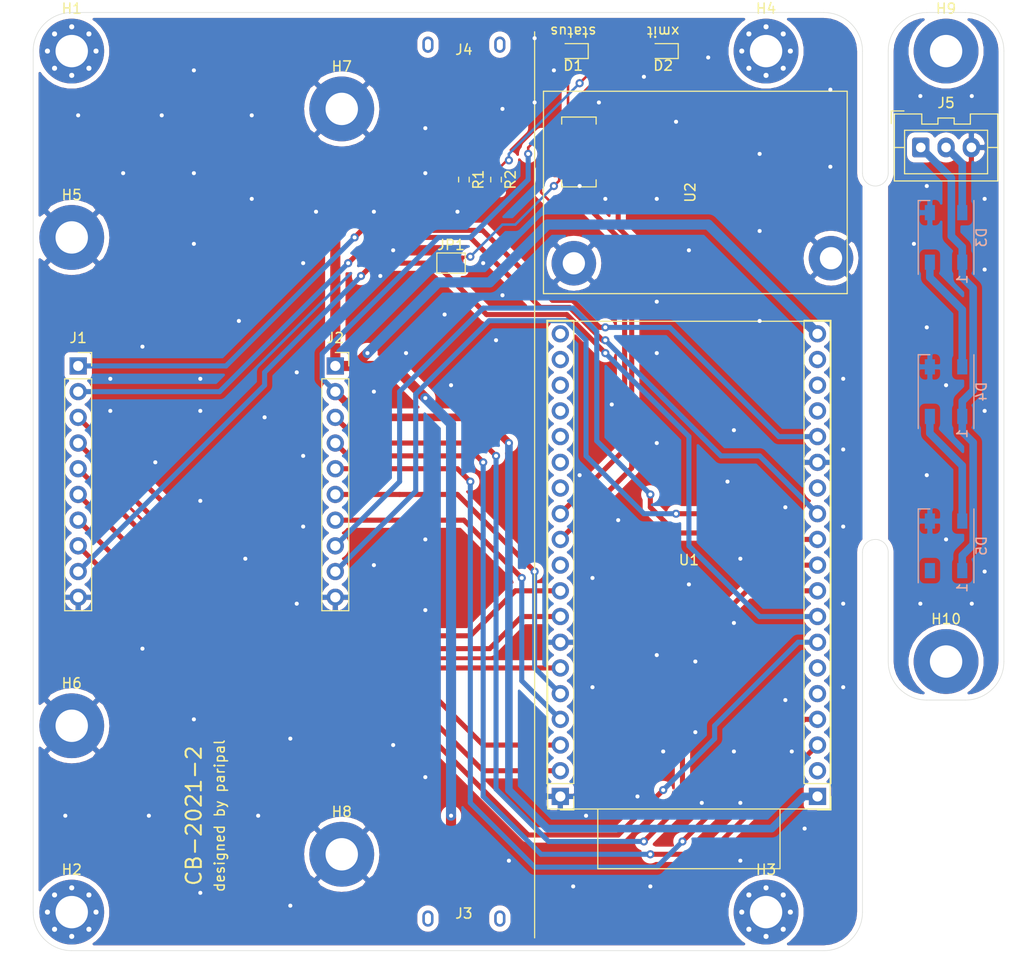
<source format=kicad_pcb>
(kicad_pcb (version 20171130) (host pcbnew "(5.1.5)-3")
  (layers (0 F.Cu signal) (31 B.Cu signal) (34 B.Paste user) (35 F.Paste user) (36 B.SilkS user) (37 F.SilkS user) (38 B.Mask user) (39 F.Mask user) (44 Edge.Cuts user))
  (net 0 "")
  (net 1 GND)
  (net 2 digital7_io32)
  (net 3 digital6_io23)
  (net 4 digital5_io22)
  (net 5 digital4_io21)
  (net 6 digital3_io19)
  (net 7 digital2_io18)
  (net 8 digital1_io14)
  (net 9 digital0_io13)
  (net 10 serial1_TX_io27)
  (net 11 serial1_RX_io26)
  (net 12 serial0_TX_io1)
  (net 13 serial0_RX_io3)
  (net 14 analog2_io39)
  (net 15 anarog1_io36)
  (net 16 analog0_io25)
  (net 17 +3V3)
  (net 18 +5V)
  (net 19 digital8_io33)
  (net 20 "Net-(JP1-Pad2)")
  (net 21 "Net-(U1-Pad37)")
  (net 22 "Net-(U1-Pad29)")
  (net 23 "Net-(U1-Pad35)")
  (net 24 serial2_TX_io17)
  (net 25 serial2_RX_io16)
  (net 26 "Net-(U1-Pad33)")
  (net 27 "Net-(U1-Pad36)")
  (net 28 "Net-(U1-Pad32)")
  (net 29 "Net-(U1-Pad38)")
  (net 30 "Net-(U1-Pad34)")
  (net 31 "Net-(U1-Pad18)")
  (net 32 "Net-(U1-Pad2)")
  (net 33 "Net-(U1-Pad16)")
  (net 34 "Net-(U1-Pad6)")
  (net 35 "Net-(U1-Pad5)")
  (net 36 "Net-(U1-Pad17)")
  (net 37 "Net-(U1-Pad13)")
  (net 38 im920s_xmit)
  (net 39 "Net-(U2-Pad5)")
  (net 40 "Net-(U2-Pad9)")
  (net 41 im920_status)
  (net 42 "Net-(U2-Pad4)")
  (net 43 "Net-(U2-Pad16)")
  (net 44 "Net-(U2-Pad12)")
  (net 45 "Net-(U2-Pad8)")
  (net 46 "Net-(U2-Pad11)")
  (net 47 "Net-(U2-Pad19)")
  (net 48 "Net-(U2-Pad2)")
  (net 49 "Net-(U2-Pad14)")
  (net 50 "Net-(U2-Pad13)")
  (net 51 "Net-(U2-Pad10)")
  (net 52 "Net-(U2-Pad20)")
  (net 53 "Net-(D1-Pad1)")
  (net 54 "Net-(D2-Pad1)")
  (net 55 +5VA)
  (net 56 "Net-(D3-Pad2)")
  (net 57 datain)
  (net 58 GNDA)
  (net 59 "Net-(D4-Pad2)")
  (net 60 "Net-(D5-Pad2)")
  (module Connector_JST:JST_XA_B03B-XASK-1_1x03_P2.50mm_Vertical (layer F.Cu) (at 153.075 67.31)
    (fp_text reference J5 (at 2.5 -4.4) (layer F.SilkS))
    (fp_text value Conn_01x03_Female)
    (pad 3 thru_hole oval (at 5 0) (size 1.7 1.95) (drill 0.95) (layers *.Cu *.Mask) (net 58 GNDA))
    (pad 2 thru_hole oval (at 2.5 0) (size 1.7 1.95) (drill 0.95) (layers *.Cu *.Mask) (net 57 datain))
    (pad 1 thru_hole roundrect (at 0 0) (size 1.7 1.95) (drill 0.95) (layers *.Cu *.Mask) (roundrect_rratio 0.147059) (net 55 +5VA))
  )
  (module MountingHole:MountingHole_3.2mm_M3_Pad (layer F.Cu) (at 155.575 118.11)
    (fp_text reference H10 (at 0 -4.2) (layer F.SilkS))
    (fp_text value MountingHole)
    (pad 1 thru_hole circle (at 0 0) (size 6.4 6.4) (drill 3.2) (layers *.Cu *.Mask))
  )
  (module MountingHole:MountingHole_3.2mm_M3_Pad (layer F.Cu) (at 155.575 57.785)
    (fp_text reference H9 (at 0 -4.2) (layer F.SilkS))
    (fp_text value MountingHole)
    (pad 1 thru_hole circle (at 0 0) (size 6.4 6.4) (drill 3.2) (layers *.Cu *.Mask))
  )
  (module LED_SMD:LED_WS2812B_PLCC4_5.0x5.0mm_P3.2mm (layer B.Cu) (at 155.575 106.68 90)
    (fp_text reference D5 (at 0 3.5 90) (layer B.SilkS) (effects (justify mirror)))
    (fp_text value WS2812B)
    (fp_text user 1 (at -4.15 1.6 90) (layer B.SilkS) (effects (justify mirror)))
    (pad 1 smd rect (at -2.45 1.6 90) (size 1.5 1) (layers B.Cu B.Paste B.Mask) (net 55 +5VA))
    (pad 2 smd rect (at -2.45 -1.6 90) (size 1.5 1) (layers B.Cu B.Paste B.Mask) (net 60 "Net-(D5-Pad2)"))
    (pad 4 smd rect (at 2.45 1.6 90) (size 1.5 1) (layers B.Cu B.Paste B.Mask) (net 59 "Net-(D4-Pad2)"))
    (pad 3 smd rect (at 2.45 -1.6 90) (size 1.5 1) (layers B.Cu B.Paste B.Mask) (net 58 GNDA))
  )
  (module LED_SMD:LED_WS2812B_PLCC4_5.0x5.0mm_P3.2mm (layer B.Cu) (at 155.575 91.44 90)
    (fp_text reference D4 (at 0 3.5 90) (layer B.SilkS) (effects (justify mirror)))
    (fp_text value WS2812B)
    (fp_text user 1 (at -4.15 1.6 90) (layer B.SilkS) (effects (justify mirror)))
    (pad 1 smd rect (at -2.45 1.6 90) (size 1.5 1) (layers B.Cu B.Paste B.Mask) (net 55 +5VA))
    (pad 2 smd rect (at -2.45 -1.6 90) (size 1.5 1) (layers B.Cu B.Paste B.Mask) (net 59 "Net-(D4-Pad2)"))
    (pad 4 smd rect (at 2.45 1.6 90) (size 1.5 1) (layers B.Cu B.Paste B.Mask) (net 56 "Net-(D3-Pad2)"))
    (pad 3 smd rect (at 2.45 -1.6 90) (size 1.5 1) (layers B.Cu B.Paste B.Mask) (net 58 GNDA))
  )
  (module LED_SMD:LED_WS2812B_PLCC4_5.0x5.0mm_P3.2mm (layer B.Cu) (at 155.575 76.2 90)
    (fp_text reference D3 (at 0 3.5 90) (layer B.SilkS) (effects (justify mirror)))
    (fp_text value WS2812B)
    (fp_text user 1 (at -4.15 1.6 90) (layer B.SilkS) (effects (justify mirror)))
    (pad 1 smd rect (at -2.45 1.6 90) (size 1.5 1) (layers B.Cu B.Paste B.Mask) (net 55 +5VA))
    (pad 2 smd rect (at -2.45 -1.6 90) (size 1.5 1) (layers B.Cu B.Paste B.Mask) (net 56 "Net-(D3-Pad2)"))
    (pad 4 smd rect (at 2.45 1.6 90) (size 1.5 1) (layers B.Cu B.Paste B.Mask) (net 57 datain))
    (pad 3 smd rect (at 2.45 -1.6 90) (size 1.5 1) (layers B.Cu B.Paste B.Mask) (net 58 GNDA))
  )
  (module "Connector_USB_additional:USB micro B 2pin" (layer F.Cu) (at 107.95 57.15)
    (fp_text reference J4 (at 0 0.5) (layer F.SilkS))
    (fp_text value Conn_01x02)
    (pad "" thru_hole oval (at 3.55 0) (size 1.1 1.6) (drill oval 0.6 1.1) (layers *.Cu *.Mask))
    (pad "" thru_hole oval (at -3.55 0) (size 1.1 1.6) (drill oval 0.6 1.1) (layers *.Cu *.Mask))
    (pad 1 smd rect (at 1.3 5.9) (size 0.9 4.5) (layers F.Cu F.Paste F.Mask) (net 18 +5V))
    (pad 2 smd rect (at -1.3 5.9) (size 0.9 4.5) (layers F.Cu F.Paste F.Mask) (net 1 GND))
  )
  (module MountingHole:MountingHole_3.2mm_M3_Pad (layer F.Cu) (at 95.885 137.16)
    (fp_text reference H8 (at 0 -4.2) (layer F.SilkS))
    (fp_text value MountingHole_Pad)
    (pad 1 thru_hole circle (at 0 0) (size 6.4 6.4) (drill 3.2) (layers *.Cu *.Mask) (net 1 GND))
  )
  (module MountingHole:MountingHole_3.2mm_M3_Pad (layer F.Cu) (at 95.885 63.5)
    (fp_text reference H7 (at 0 -4.2) (layer F.SilkS))
    (fp_text value MountingHole_Pad)
    (pad 1 thru_hole circle (at 0 0) (size 6.4 6.4) (drill 3.2) (layers *.Cu *.Mask) (net 1 GND))
  )
  (module MountingHole:MountingHole_3.2mm_M3_Pad (layer F.Cu) (at 69.215 124.46)
    (fp_text reference H6 (at 0 -4.2) (layer F.SilkS))
    (fp_text value MountingHole_Pad)
    (pad 1 thru_hole circle (at 0 0) (size 6.4 6.4) (drill 3.2) (layers *.Cu *.Mask) (net 1 GND))
  )
  (module MountingHole:MountingHole_3.2mm_M3_Pad (layer F.Cu) (at 69.215 76.2)
    (fp_text reference H5 (at 0 -4.2) (layer F.SilkS))
    (fp_text value MountingHole_Pad)
    (pad 1 thru_hole circle (at 0 0) (size 6.4 6.4) (drill 3.2) (layers *.Cu *.Mask) (net 1 GND))
  )
  (module MountingHole:MountingHole_3.2mm_M3_Pad_Via (layer F.Cu) (at 137.795 57.785)
    (fp_text reference H4 (at 0 -4.2) (layer F.SilkS))
    (fp_text value MountingHole)
    (pad 1 thru_hole circle (at 1.697056 -1.697056) (size 0.8 0.8) (drill 0.5) (layers *.Cu *.Mask))
    (pad 1 thru_hole circle (at 0 -2.4) (size 0.8 0.8) (drill 0.5) (layers *.Cu *.Mask))
    (pad 1 thru_hole circle (at -1.697056 -1.697056) (size 0.8 0.8) (drill 0.5) (layers *.Cu *.Mask))
    (pad 1 thru_hole circle (at -2.4 0) (size 0.8 0.8) (drill 0.5) (layers *.Cu *.Mask))
    (pad 1 thru_hole circle (at -1.697056 1.697056) (size 0.8 0.8) (drill 0.5) (layers *.Cu *.Mask))
    (pad 1 thru_hole circle (at 0 2.4) (size 0.8 0.8) (drill 0.5) (layers *.Cu *.Mask))
    (pad 1 thru_hole circle (at 1.697056 1.697056) (size 0.8 0.8) (drill 0.5) (layers *.Cu *.Mask))
    (pad 1 thru_hole circle (at 2.4 0) (size 0.8 0.8) (drill 0.5) (layers *.Cu *.Mask))
    (pad 1 thru_hole circle (at 0 0) (size 6.4 6.4) (drill 3.2) (layers *.Cu *.Mask))
  )
  (module MountingHole:MountingHole_3.2mm_M3_Pad_Via (layer F.Cu) (at 137.795 142.875)
    (fp_text reference H3 (at 0 -4.2) (layer F.SilkS))
    (fp_text value MountingHole)
    (pad 1 thru_hole circle (at 1.697056 -1.697056) (size 0.8 0.8) (drill 0.5) (layers *.Cu *.Mask))
    (pad 1 thru_hole circle (at 0 -2.4) (size 0.8 0.8) (drill 0.5) (layers *.Cu *.Mask))
    (pad 1 thru_hole circle (at -1.697056 -1.697056) (size 0.8 0.8) (drill 0.5) (layers *.Cu *.Mask))
    (pad 1 thru_hole circle (at -2.4 0) (size 0.8 0.8) (drill 0.5) (layers *.Cu *.Mask))
    (pad 1 thru_hole circle (at -1.697056 1.697056) (size 0.8 0.8) (drill 0.5) (layers *.Cu *.Mask))
    (pad 1 thru_hole circle (at 0 2.4) (size 0.8 0.8) (drill 0.5) (layers *.Cu *.Mask))
    (pad 1 thru_hole circle (at 1.697056 1.697056) (size 0.8 0.8) (drill 0.5) (layers *.Cu *.Mask))
    (pad 1 thru_hole circle (at 2.4 0) (size 0.8 0.8) (drill 0.5) (layers *.Cu *.Mask))
    (pad 1 thru_hole circle (at 0 0) (size 6.4 6.4) (drill 3.2) (layers *.Cu *.Mask))
  )
  (module MountingHole:MountingHole_3.2mm_M3_Pad_Via (layer F.Cu) (at 69.215 142.875)
    (fp_text reference H2 (at 0 -4.2) (layer F.SilkS))
    (fp_text value MountingHole)
    (pad 1 thru_hole circle (at 1.697056 -1.697056) (size 0.8 0.8) (drill 0.5) (layers *.Cu *.Mask))
    (pad 1 thru_hole circle (at 0 -2.4) (size 0.8 0.8) (drill 0.5) (layers *.Cu *.Mask))
    (pad 1 thru_hole circle (at -1.697056 -1.697056) (size 0.8 0.8) (drill 0.5) (layers *.Cu *.Mask))
    (pad 1 thru_hole circle (at -2.4 0) (size 0.8 0.8) (drill 0.5) (layers *.Cu *.Mask))
    (pad 1 thru_hole circle (at -1.697056 1.697056) (size 0.8 0.8) (drill 0.5) (layers *.Cu *.Mask))
    (pad 1 thru_hole circle (at 0 2.4) (size 0.8 0.8) (drill 0.5) (layers *.Cu *.Mask))
    (pad 1 thru_hole circle (at 1.697056 1.697056) (size 0.8 0.8) (drill 0.5) (layers *.Cu *.Mask))
    (pad 1 thru_hole circle (at 2.4 0) (size 0.8 0.8) (drill 0.5) (layers *.Cu *.Mask))
    (pad 1 thru_hole circle (at 0 0) (size 6.4 6.4) (drill 3.2) (layers *.Cu *.Mask))
  )
  (module MountingHole:MountingHole_3.2mm_M3_Pad_Via (layer F.Cu) (at 69.215 57.785)
    (fp_text reference H1 (at 0 -4.2) (layer F.SilkS))
    (fp_text value MountingHole)
    (pad 1 thru_hole circle (at 1.697056 -1.697056) (size 0.8 0.8) (drill 0.5) (layers *.Cu *.Mask))
    (pad 1 thru_hole circle (at 0 -2.4) (size 0.8 0.8) (drill 0.5) (layers *.Cu *.Mask))
    (pad 1 thru_hole circle (at -1.697056 -1.697056) (size 0.8 0.8) (drill 0.5) (layers *.Cu *.Mask))
    (pad 1 thru_hole circle (at -2.4 0) (size 0.8 0.8) (drill 0.5) (layers *.Cu *.Mask))
    (pad 1 thru_hole circle (at -1.697056 1.697056) (size 0.8 0.8) (drill 0.5) (layers *.Cu *.Mask))
    (pad 1 thru_hole circle (at 0 2.4) (size 0.8 0.8) (drill 0.5) (layers *.Cu *.Mask))
    (pad 1 thru_hole circle (at 1.697056 1.697056) (size 0.8 0.8) (drill 0.5) (layers *.Cu *.Mask))
    (pad 1 thru_hole circle (at 2.4 0) (size 0.8 0.8) (drill 0.5) (layers *.Cu *.Mask))
    (pad 1 thru_hole circle (at 0 0) (size 6.4 6.4) (drill 3.2) (layers *.Cu *.Mask))
  )
  (module Resistor_SMD:R_0603_1608Metric (layer F.Cu) (at 111.125 70.485 270)
    (fp_text reference R2 (at 0 -1.43 90) (layer F.SilkS))
    (fp_text value R)
    (pad 2 smd roundrect (at 0.825 0 270) (size 0.8 0.95) (layers F.Cu F.Paste F.Mask) (net 1 GND))
    (pad 1 smd roundrect (at -0.825 0 270) (size 0.8 0.95) (layers F.Cu F.Paste F.Mask) (net 54 "Net-(D2-Pad1)"))
  )
  (module Resistor_SMD:R_0603_1608Metric (layer F.Cu) (at 107.95 70.485 270)
    (fp_text reference R1 (at 0 -1.43 90) (layer F.SilkS))
    (fp_text value R)
    (pad 2 smd roundrect (at 0.825 0 270) (size 0.8 0.95) (layers F.Cu F.Paste F.Mask) (net 1 GND))
    (pad 1 smd roundrect (at -0.825 0 270) (size 0.8 0.95) (layers F.Cu F.Paste F.Mask) (net 53 "Net-(D1-Pad1)"))
  )
  (module LED_SMD:LED_0603_1608Metric (layer F.Cu) (at 127.635 57.785 180)
    (fp_text reference D2 (at 0 -1.43) (layer F.SilkS))
    (fp_text value LED)
    (pad 2 smd roundrect (at 0.7875 0 180) (size 0.875 0.95) (layers F.Cu F.Paste F.Mask) (net 38 im920s_xmit))
    (pad 1 smd roundrect (at -0.7875 0 180) (size 0.875 0.95) (layers F.Cu F.Paste F.Mask) (net 54 "Net-(D2-Pad1)"))
  )
  (module LED_SMD:LED_0603_1608Metric (layer F.Cu) (at 118.745 57.785 180)
    (fp_text reference D1 (at 0 -1.43) (layer F.SilkS))
    (fp_text value LED)
    (pad 2 smd roundrect (at 0.7875 0 180) (size 0.875 0.95) (layers F.Cu F.Paste F.Mask) (net 41 im920_status))
    (pad 1 smd roundrect (at -0.7875 0 180) (size 0.875 0.95) (layers F.Cu F.Paste F.Mask) (net 53 "Net-(D1-Pad1)"))
  )
  (module interplan:IM920s (layer F.Cu) (at 130.81 71.755 270)
    (fp_text reference U2 (at 0 0.5 90) (layer F.SilkS))
    (fp_text value IM920s)
    (pad 18 thru_hole circle (at 6.5 -13.4 270) (size 4.4 4.4) (drill 2.2) (layers *.Cu *.Mask) (net 1 GND))
    (pad 18 thru_hole circle (at 7 12 270) (size 4.4 4.4) (drill 2.2) (layers *.Cu *.Mask) (net 1 GND))
    (pad 1 smd roundrect (at -1.7 13.45 90) (size 0.4 1.1) (layers F.Cu F.Paste F.Mask) (roundrect_rratio 0.025) (net 20 "Net-(JP1-Pad2)"))
    (pad 3 smd roundrect (at -2.25 13.45 90) (size 0.3 1.1) (layers F.Cu F.Paste F.Mask) (roundrect_rratio 0.025) (net 38 im920s_xmit))
    (pad 5 smd roundrect (at -2.75 13.45 90) (size 0.3 1.1) (layers F.Cu F.Paste F.Mask) (roundrect_rratio 0.025) (net 39 "Net-(U2-Pad5)"))
    (pad 7 smd roundrect (at -3.25 13.45 90) (size 0.3 1.1) (layers F.Cu F.Paste F.Mask) (roundrect_rratio 0.025) (net 25 serial2_RX_io16))
    (pad 9 smd roundrect (at -3.75 13.45 90) (size 0.3 1.1) (layers F.Cu F.Paste F.Mask) (roundrect_rratio 0.025) (net 40 "Net-(U2-Pad9)"))
    (pad 17 smd roundrect (at -5.75 13.45 90) (size 0.3 1.1) (layers F.Cu F.Paste F.Mask) (roundrect_rratio 0.025) (net 17 +3V3))
    (pad 15 smd roundrect (at -5.25 13.45 90) (size 0.3 1.1) (layers F.Cu F.Paste F.Mask) (roundrect_rratio 0.025) (net 41 im920_status))
    (pad 4 smd roundrect (at -2.25 9.55 270) (size 0.3 1.1) (layers F.Cu F.Paste F.Mask) (roundrect_rratio 0.025) (net 42 "Net-(U2-Pad4)"))
    (pad 16 smd roundrect (at -5.25 9.55 270) (size 0.3 1.1) (layers F.Cu F.Paste F.Mask) (roundrect_rratio 0.025) (net 43 "Net-(U2-Pad16)"))
    (pad 12 smd roundrect (at -4.25 9.55 270) (size 0.3 1.1) (layers F.Cu F.Paste F.Mask) (roundrect_rratio 0.025) (net 44 "Net-(U2-Pad12)"))
    (pad 8 smd roundrect (at -3.25 9.55 270) (size 0.3 1.1) (layers F.Cu F.Paste F.Mask) (roundrect_rratio 0.025) (net 45 "Net-(U2-Pad8)"))
    (pad 11 smd roundrect (at -4.25 13.45 90) (size 0.3 1.1) (layers F.Cu F.Paste F.Mask) (roundrect_rratio 0.025) (net 46 "Net-(U2-Pad11)"))
    (pad 19 smd roundrect (at -6.3 13.45 90) (size 0.4 1.1) (layers F.Cu F.Paste F.Mask) (roundrect_rratio 0.025) (net 47 "Net-(U2-Pad19)"))
    (pad 2 smd roundrect (at -1.7 9.55 270) (size 0.4 1.1) (layers F.Cu F.Paste F.Mask) (roundrect_rratio 0.025) (net 48 "Net-(U2-Pad2)"))
    (pad 14 smd roundrect (at -4.75 9.55 270) (size 0.3 1.1) (layers F.Cu F.Paste F.Mask) (roundrect_rratio 0.025) (net 49 "Net-(U2-Pad14)"))
    (pad 13 smd roundrect (at -4.75 13.45 90) (size 0.3 1.1) (layers F.Cu F.Paste F.Mask) (roundrect_rratio 0.025) (net 50 "Net-(U2-Pad13)"))
    (pad 6 smd roundrect (at -2.75 9.55 270) (size 0.3 1.1) (layers F.Cu F.Paste F.Mask) (roundrect_rratio 0.025) (net 24 serial2_TX_io17))
    (pad 18 smd roundrect (at -5.75 9.55 270) (size 0.3 1.1) (layers F.Cu F.Paste F.Mask) (roundrect_rratio 0.025) (net 1 GND))
    (pad 10 smd roundrect (at -3.75 9.55 270) (size 0.3 1.1) (layers F.Cu F.Paste F.Mask) (roundrect_rratio 0.025) (net 51 "Net-(U2-Pad10)"))
    (pad 20 smd roundrect (at -6.3 9.55 270) (size 0.4 1.1) (layers F.Cu F.Paste F.Mask) (roundrect_rratio 0.025) (net 52 "Net-(U2-Pad20)"))
  )
  (module Boad_dev:ESP32-DevKitC (layer F.Cu) (at 130.175 108.585 180)
    (fp_text reference U1 (at 0 0.5) (layer F.SilkS))
    (fp_text value ESP32-DevKitC)
    (pad 20 thru_hole rect (at 12.7 -22.86 180) (size 1.7 1.7) (drill 1) (layers *.Cu *.Mask) (net 1 GND))
    (pad 37 thru_hole oval (at 12.7 20.32 180) (size 1.7 1.7) (drill 1) (layers *.Cu *.Mask) (net 21 "Net-(U1-Pad37)"))
    (pad 22 thru_hole oval (at 12.7 -17.78 180) (size 1.7 1.7) (drill 1) (layers *.Cu *.Mask) (net 4 digital5_io22))
    (pad 26 thru_hole oval (at 12.7 -7.62 180) (size 1.7 1.7) (drill 1) (layers *.Cu *.Mask) (net 1 GND))
    (pad 21 thru_hole oval (at 12.7 -20.32 180) (size 1.7 1.7) (drill 1) (layers *.Cu *.Mask) (net 3 digital6_io23))
    (pad 29 thru_hole oval (at 12.7 0 180) (size 1.7 1.7) (drill 1) (layers *.Cu *.Mask) (net 22 "Net-(U1-Pad29)"))
    (pad 23 thru_hole oval (at 12.7 -15.24 180) (size 1.7 1.7) (drill 1) (layers *.Cu *.Mask) (net 12 serial0_TX_io1))
    (pad 28 thru_hole oval (at 12.7 -2.54 180) (size 1.7 1.7) (drill 1) (layers *.Cu *.Mask) (net 7 digital2_io18))
    (pad 35 thru_hole oval (at 12.7 15.24 180) (size 1.7 1.7) (drill 1) (layers *.Cu *.Mask) (net 23 "Net-(U1-Pad35)"))
    (pad 30 thru_hole oval (at 12.7 2.54 180) (size 1.7 1.7) (drill 1) (layers *.Cu *.Mask) (net 24 serial2_TX_io17))
    (pad 25 thru_hole oval (at 12.7 -10.16 180) (size 1.7 1.7) (drill 1) (layers *.Cu *.Mask) (net 5 digital4_io21))
    (pad 31 thru_hole oval (at 12.7 5.08 180) (size 1.7 1.7) (drill 1) (layers *.Cu *.Mask) (net 25 serial2_RX_io16))
    (pad 33 thru_hole oval (at 12.7 10.16 180) (size 1.7 1.7) (drill 1) (layers *.Cu *.Mask) (net 26 "Net-(U1-Pad33)"))
    (pad 24 thru_hole oval (at 12.7 -12.7 180) (size 1.7 1.7) (drill 1) (layers *.Cu *.Mask) (net 13 serial0_RX_io3))
    (pad 36 thru_hole oval (at 12.7 17.78 180) (size 1.7 1.7) (drill 1) (layers *.Cu *.Mask) (net 27 "Net-(U1-Pad36)"))
    (pad 32 thru_hole oval (at 12.7 7.62 180) (size 1.7 1.7) (drill 1) (layers *.Cu *.Mask) (net 28 "Net-(U1-Pad32)"))
    (pad 38 thru_hole oval (at 12.7 22.86 180) (size 1.7 1.7) (drill 1) (layers *.Cu *.Mask) (net 29 "Net-(U1-Pad38)"))
    (pad 34 thru_hole oval (at 12.7 12.7 180) (size 1.7 1.7) (drill 1) (layers *.Cu *.Mask) (net 30 "Net-(U1-Pad34)"))
    (pad 27 thru_hole oval (at 12.7 -5.08 180) (size 1.7 1.7) (drill 1) (layers *.Cu *.Mask) (net 6 digital3_io19))
    (pad 1 thru_hole rect (at -12.7 -22.86 180) (size 1.7 1.7) (drill 1) (layers *.Cu *.Mask) (net 17 +3V3))
    (pad 18 thru_hole oval (at -12.7 20.32 180) (size 1.7 1.7) (drill 1) (layers *.Cu *.Mask) (net 31 "Net-(U1-Pad18)"))
    (pad 3 thru_hole oval (at -12.7 -17.78 180) (size 1.7 1.7) (drill 1) (layers *.Cu *.Mask) (net 15 anarog1_io36))
    (pad 7 thru_hole oval (at -12.7 -7.62 180) (size 1.7 1.7) (drill 1) (layers *.Cu *.Mask) (net 2 digital7_io32))
    (pad 2 thru_hole oval (at -12.7 -20.32 180) (size 1.7 1.7) (drill 1) (layers *.Cu *.Mask) (net 32 "Net-(U1-Pad2)"))
    (pad 10 thru_hole oval (at -12.7 0 180) (size 1.7 1.7) (drill 1) (layers *.Cu *.Mask) (net 11 serial1_RX_io26))
    (pad 4 thru_hole oval (at -12.7 -15.24 180) (size 1.7 1.7) (drill 1) (layers *.Cu *.Mask) (net 14 analog2_io39))
    (pad 9 thru_hole oval (at -12.7 -2.54 180) (size 1.7 1.7) (drill 1) (layers *.Cu *.Mask) (net 16 analog0_io25))
    (pad 16 thru_hole oval (at -12.7 15.24 180) (size 1.7 1.7) (drill 1) (layers *.Cu *.Mask) (net 33 "Net-(U1-Pad16)"))
    (pad 11 thru_hole oval (at -12.7 2.54 180) (size 1.7 1.7) (drill 1) (layers *.Cu *.Mask) (net 10 serial1_TX_io27))
    (pad 6 thru_hole oval (at -12.7 -10.16 180) (size 1.7 1.7) (drill 1) (layers *.Cu *.Mask) (net 34 "Net-(U1-Pad6)"))
    (pad 12 thru_hole oval (at -12.7 5.08 180) (size 1.7 1.7) (drill 1) (layers *.Cu *.Mask) (net 8 digital1_io14))
    (pad 14 thru_hole oval (at -12.7 10.16 180) (size 1.7 1.7) (drill 1) (layers *.Cu *.Mask) (net 1 GND))
    (pad 5 thru_hole oval (at -12.7 -12.7 180) (size 1.7 1.7) (drill 1) (layers *.Cu *.Mask) (net 35 "Net-(U1-Pad5)"))
    (pad 17 thru_hole oval (at -12.7 17.78 180) (size 1.7 1.7) (drill 1) (layers *.Cu *.Mask) (net 36 "Net-(U1-Pad17)"))
    (pad 13 thru_hole oval (at -12.7 7.62 180) (size 1.7 1.7) (drill 1) (layers *.Cu *.Mask) (net 37 "Net-(U1-Pad13)"))
    (pad 19 thru_hole oval (at -12.7 22.86 180) (size 1.7 1.7) (drill 1) (layers *.Cu *.Mask) (net 18 +5V))
    (pad 15 thru_hole oval (at -12.7 12.7 180) (size 1.7 1.7) (drill 1) (layers *.Cu *.Mask) (net 9 digital0_io13))
    (pad 8 thru_hole oval (at -12.7 -5.08 180) (size 1.7 1.7) (drill 1) (layers *.Cu *.Mask) (net 19 digital8_io33))
  )
  (module Jumper:SolderJumper-2_P1.3mm_Open_TrianglePad1.0x1.5mm (layer F.Cu) (at 106.68 78.74)
    (fp_text reference JP1 (at 0 -1.8) (layer F.SilkS))
    (fp_text value SolderJumper_2_Open)
    (pad 1 smd custom (at -0.725 0) (size 0.3 0.3) (layers F.Cu F.Mask) (net 19 digital8_io33) (options (clearance outline) (anchor rect)) (primitives (gr_poly (pts (xy -0.5 -0.75) (xy 0.5 -0.75) (xy 1 0) (xy 0.5 0.75) (xy -0.5 0.75)) (width 0))))
    (pad 2 smd custom (at 0.725 0) (size 0.3 0.3) (layers F.Cu F.Mask) (net 20 "Net-(JP1-Pad2)") (options (clearance outline) (anchor rect)) (primitives (gr_poly (pts (xy -0.65 -0.75) (xy 0.5 -0.75) (xy 0.5 0.75) (xy -0.65 0.75) (xy -0.15 0)) (width 0))))
  )
  (module "Connector_USB_additional:USB micro B 2pin" (layer F.Cu) (at 107.95 143.51 180)
    (fp_text reference J3 (at 0 0.5) (layer F.SilkS))
    (fp_text value Conn_01x02)
    (pad "" thru_hole oval (at 3.55 0 180) (size 1.1 1.6) (drill oval 0.6 1.1) (layers *.Cu *.Mask))
    (pad "" thru_hole oval (at -3.55 0 180) (size 1.1 1.6) (drill oval 0.6 1.1) (layers *.Cu *.Mask))
    (pad 1 smd rect (at 1.3 5.9 180) (size 0.9 4.5) (layers F.Cu F.Paste F.Mask) (net 18 +5V))
    (pad 2 smd rect (at -1.3 5.9 180) (size 0.9 4.5) (layers F.Cu F.Paste F.Mask) (net 1 GND))
  )
  (module Connector_PinSocket_2.54mm:PinSocket_1x10_P2.54mm_Vertical (layer F.Cu) (at 95.25 88.9)
    (fp_text reference J2 (at 0 -2.77) (layer F.SilkS))
    (fp_text value Conn_01x10_Female)
    (pad 10 thru_hole oval (at 0 22.86) (size 1.7 1.7) (drill 1) (layers *.Cu *.Mask) (net 1 GND))
    (pad 9 thru_hole oval (at 0 20.32) (size 1.7 1.7) (drill 1) (layers *.Cu *.Mask) (net 10 serial1_TX_io27))
    (pad 8 thru_hole oval (at 0 17.78) (size 1.7 1.7) (drill 1) (layers *.Cu *.Mask) (net 11 serial1_RX_io26))
    (pad 7 thru_hole oval (at 0 15.24) (size 1.7 1.7) (drill 1) (layers *.Cu *.Mask) (net 12 serial0_TX_io1))
    (pad 6 thru_hole oval (at 0 12.7) (size 1.7 1.7) (drill 1) (layers *.Cu *.Mask) (net 13 serial0_RX_io3))
    (pad 5 thru_hole oval (at 0 10.16) (size 1.7 1.7) (drill 1) (layers *.Cu *.Mask) (net 14 analog2_io39))
    (pad 4 thru_hole oval (at 0 7.62) (size 1.7 1.7) (drill 1) (layers *.Cu *.Mask) (net 15 anarog1_io36))
    (pad 3 thru_hole oval (at 0 5.08) (size 1.7 1.7) (drill 1) (layers *.Cu *.Mask) (net 16 analog0_io25))
    (pad 2 thru_hole oval (at 0 2.54) (size 1.7 1.7) (drill 1) (layers *.Cu *.Mask) (net 17 +3V3))
    (pad 1 thru_hole rect (at 0 0) (size 1.7 1.7) (drill 1) (layers *.Cu *.Mask) (net 18 +5V))
  )
  (module Connector_PinSocket_2.54mm:PinSocket_1x10_P2.54mm_Vertical (layer F.Cu) (at 69.85 88.9)
    (fp_text reference J1 (at 0 -2.77) (layer F.SilkS))
    (fp_text value Conn_01x10_Female)
    (pad 10 thru_hole oval (at 0 22.86) (size 1.7 1.7) (drill 1) (layers *.Cu *.Mask) (net 1 GND))
    (pad 9 thru_hole oval (at 0 20.32) (size 1.7 1.7) (drill 1) (layers *.Cu *.Mask) (net 19 digital8_io33))
    (pad 8 thru_hole oval (at 0 17.78) (size 1.7 1.7) (drill 1) (layers *.Cu *.Mask) (net 2 digital7_io32))
    (pad 7 thru_hole oval (at 0 15.24) (size 1.7 1.7) (drill 1) (layers *.Cu *.Mask) (net 3 digital6_io23))
    (pad 6 thru_hole oval (at 0 12.7) (size 1.7 1.7) (drill 1) (layers *.Cu *.Mask) (net 4 digital5_io22))
    (pad 5 thru_hole oval (at 0 10.16) (size 1.7 1.7) (drill 1) (layers *.Cu *.Mask) (net 5 digital4_io21))
    (pad 4 thru_hole oval (at 0 7.62) (size 1.7 1.7) (drill 1) (layers *.Cu *.Mask) (net 6 digital3_io19))
    (pad 3 thru_hole oval (at 0 5.08) (size 1.7 1.7) (drill 1) (layers *.Cu *.Mask) (net 7 digital2_io18))
    (pad 2 thru_hole oval (at 0 2.54) (size 1.7 1.7) (drill 1) (layers *.Cu *.Mask) (net 8 digital1_io14))
    (pad 1 thru_hole rect (at 0 0) (size 1.7 1.7) (drill 1) (layers *.Cu *.Mask) (net 9 digital0_io13))
  )
  (gr_text "designed by paripal" (at 83.82 133.35 90) (layer F.SilkS) (effects (font (size 1 1))))
  (gr_text "CB-2021-2\n" (at 81.28 133.35 90) (layer F.SilkS) (effects (font (size 1.5 1.5) (thickness 0.2))))
  (gr_line (start 147.32 107.315) (end 147.32 142.875) (layer Edge.Cuts) (width 0.05))
  (gr_line (start 149.86 118.11) (end 149.86 107.315) (layer Edge.Cuts) (width 0.05))
  (gr_arc (start 148.59 107.315) (end 149.86 107.315) (angle -180) (layer Edge.Cuts) (width 0.05))
  (gr_arc (start 148.59 69.85) (end 147.32 69.85) (angle -180) (layer Edge.Cuts) (width 0.05))
  (gr_line (start 153.67 53.975) (end 157.48 53.975) (layer Edge.Cuts) (width 0.05))
  (gr_line (start 153.67 121.92) (end 157.48 121.92) (layer Edge.Cuts) (width 0.05))
  (gr_arc (start 157.48 118.11) (end 157.48 121.92) (angle -90) (layer Edge.Cuts) (width 0.05))
  (gr_arc (start 153.67 118.11) (end 149.86 118.11) (angle -90) (layer Edge.Cuts) (width 0.05))
  (gr_arc (start 157.48 57.785) (end 161.29 57.785) (angle -90) (layer Edge.Cuts) (width 0.05))
  (gr_arc (start 153.67 57.785) (end 153.67 53.975) (angle -90) (layer Edge.Cuts) (width 0.05))
  (gr_line (start 161.29 57.785) (end 161.29 118.11) (layer Edge.Cuts) (width 0.05))
  (gr_line (start 149.86 57.785) (end 149.86 69.85) (layer Edge.Cuts) (width 0.05))
  (gr_line (start 147.32 57.785) (end 147.32 69.85) (layer Edge.Cuts) (width 0.05))
  (gr_arc (start 143.51 57.785) (end 147.32 57.785) (angle -90) (layer Edge.Cuts) (width 0.05))
  (gr_arc (start 143.51 142.875) (end 143.51 146.685) (angle -90) (layer Edge.Cuts) (width 0.05))
  (gr_line (start 143.51 146.685) (end 69.215 146.685) (layer Edge.Cuts) (width 0.05))
  (gr_line (start 69.215 53.975) (end 143.51 53.975) (layer Edge.Cuts) (width 0.05))
  (gr_text xmit (at 127.635 55.88 180) (layer F.SilkS) (effects (font (size 1 1))))
  (gr_text status (at 118.745 55.88 180) (layer F.SilkS) (effects (font (size 1 1))))
  (gr_line (start 114.935 145.415) (end 114.935 55.88) (layer F.SilkS) (width 0.12))
  (gr_arc (start 69.215 142.875) (end 65.405 142.875) (angle -90) (layer Edge.Cuts) (width 0.05))
  (gr_arc (start 69.215 57.785) (end 69.215 53.975) (angle -90) (layer Edge.Cuts) (width 0.05))
  (gr_line (start 65.405 57.785) (end 65.405 142.875) (layer Edge.Cuts) (width 0.05))
  (segment (start 121.91 66.005) (end 121.945 66.04) (width 0.25) (layer F.Cu) (net 1))
  (segment (start 121.26 66.005) (end 121.91 66.005) (width 0.25) (layer F.Cu) (net 1))
  (segment (start 121.945 66.04) (end 123.19 66.04) (width 0.25) (layer F.Cu) (net 1))
  (segment (start 121.26 66.005) (end 120.05 66.005) (width 0.25) (layer F.Cu) (net 1))
  (via (at 100.965 126.365) (size 0.8) (drill 0.4) (layers F.Cu B.Cu) (net 1))
  (via (at 90.805 125.73) (size 0.8) (drill 0.4) (layers F.Cu B.Cu) (net 1))
  (via (at 81.28 123.825) (size 0.8) (drill 0.4) (layers F.Cu B.Cu) (net 1))
  (via (at 76.2 116.84) (size 0.8) (drill 0.4) (layers F.Cu B.Cu) (net 1))
  (via (at 91.44 112.395) (size 0.8) (drill 0.4) (layers F.Cu B.Cu) (net 1))
  (via (at 86.36 107.95) (size 0.8) (drill 0.4) (layers F.Cu B.Cu) (net 1))
  (via (at 81.915 102.235) (size 0.8) (drill 0.4) (layers F.Cu B.Cu) (net 1))
  (via (at 77.47 98.425) (size 0.8) (drill 0.4) (layers F.Cu B.Cu) (net 1))
  (via (at 73.025 93.345) (size 0.8) (drill 0.4) (layers F.Cu B.Cu) (net 1))
  (via (at 81.915 93.345) (size 0.8) (drill 0.4) (layers F.Cu B.Cu) (net 1))
  (via (at 81.915 90.17) (size 0.8) (drill 0.4) (layers F.Cu B.Cu) (net 1))
  (via (at 73.025 90.17) (size 0.8) (drill 0.4) (layers F.Cu B.Cu) (net 1))
  (via (at 88.265 93.98) (size 0.8) (drill 0.4) (layers F.Cu B.Cu) (net 1))
  (via (at 91.44 89.535) (size 0.8) (drill 0.4) (layers F.Cu B.Cu) (net 1))
  (via (at 102.235 87.63) (size 0.8) (drill 0.4) (layers F.Cu B.Cu) (net 1))
  (via (at 106.045 83.82) (size 0.8) (drill 0.4) (layers F.Cu B.Cu) (net 1))
  (via (at 99.695 80.01) (size 0.8) (drill 0.4) (layers F.Cu B.Cu) (net 1))
  (via (at 100.965 77.47) (size 0.8) (drill 0.4) (layers F.Cu B.Cu) (net 1))
  (via (at 99.06 73.66) (size 0.8) (drill 0.4) (layers F.Cu B.Cu) (net 1))
  (via (at 107.315 73.66) (size 0.8) (drill 0.4) (layers F.Cu B.Cu) (net 1))
  (via (at 104.14 69.85) (size 0.8) (drill 0.4) (layers F.Cu B.Cu) (net 1))
  (via (at 111.76 63.5) (size 0.8) (drill 0.4) (layers F.Cu B.Cu) (net 1))
  (via (at 104.14 65.405) (size 0.8) (drill 0.4) (layers F.Cu B.Cu) (net 1))
  (via (at 93.345 73.66) (size 0.8) (drill 0.4) (layers F.Cu B.Cu) (net 1))
  (via (at 85.725 84.455) (size 0.8) (drill 0.4) (layers F.Cu B.Cu) (net 1))
  (via (at 76.2 86.995) (size 0.8) (drill 0.4) (layers F.Cu B.Cu) (net 1))
  (via (at 92.075 78.74) (size 0.8) (drill 0.4) (layers F.Cu B.Cu) (net 1))
  (via (at 81.28 76.835) (size 0.8) (drill 0.4) (layers F.Cu B.Cu) (net 1))
  (via (at 81.28 69.85) (size 0.8) (drill 0.4) (layers F.Cu B.Cu) (net 1))
  (via (at 74.295 69.85) (size 0.8) (drill 0.4) (layers F.Cu B.Cu) (net 1))
  (via (at 86.995 64.135) (size 0.8) (drill 0.4) (layers F.Cu B.Cu) (net 1))
  (via (at 81.28 59.69) (size 0.8) (drill 0.4) (layers F.Cu B.Cu) (net 1))
  (via (at 78.105 64.135) (size 0.8) (drill 0.4) (layers F.Cu B.Cu) (net 1))
  (via (at 69.85 64.135) (size 0.8) (drill 0.4) (layers F.Cu B.Cu) (net 1))
  (via (at 86.995 72.39) (size 0.8) (drill 0.4) (layers F.Cu B.Cu) (net 1))
  (via (at 76.835 133.35) (size 0.8) (drill 0.4) (layers F.Cu B.Cu) (net 1))
  (via (at 81.915 140.97) (size 0.8) (drill 0.4) (layers F.Cu B.Cu) (net 1))
  (via (at 87.63 133.35) (size 0.8) (drill 0.4) (layers F.Cu B.Cu) (net 1))
  (via (at 68.58 133.35) (size 0.8) (drill 0.4) (layers F.Cu B.Cu) (net 1))
  (via (at 90.805 142.24) (size 0.8) (drill 0.4) (layers F.Cu B.Cu) (net 1))
  (via (at 104.14 129.54) (size 0.8) (drill 0.4) (layers F.Cu B.Cu) (net 1))
  (via (at 112.395 137.795) (size 0.8) (drill 0.4) (layers F.Cu B.Cu) (net 1))
  (via (at 118.745 140.335) (size 0.8) (drill 0.4) (layers F.Cu B.Cu) (net 1))
  (via (at 126.365 140.335) (size 0.8) (drill 0.4) (layers F.Cu B.Cu) (net 1))
  (via (at 120.015 133.35) (size 0.8) (drill 0.4) (layers F.Cu B.Cu) (net 1))
  (via (at 125.095 131.445) (size 0.8) (drill 0.4) (layers F.Cu B.Cu) (net 1))
  (via (at 127.635 127) (size 0.8) (drill 0.4) (layers F.Cu B.Cu) (net 1))
  (via (at 130.81 125.095) (size 0.8) (drill 0.4) (layers F.Cu B.Cu) (net 1))
  (via (at 130.81 118.11) (size 0.8) (drill 0.4) (layers F.Cu B.Cu) (net 1))
  (via (at 134.62 114.3) (size 0.8) (drill 0.4) (layers F.Cu B.Cu) (net 1))
  (via (at 131.445 132.08) (size 0.8) (drill 0.4) (layers F.Cu B.Cu) (net 1))
  (via (at 134.62 127) (size 0.8) (drill 0.4) (layers F.Cu B.Cu) (net 1))
  (via (at 139.7 121.92) (size 0.8) (drill 0.4) (layers F.Cu B.Cu) (net 1))
  (via (at 141.605 134.62) (size 0.8) (drill 0.4) (layers F.Cu B.Cu) (net 1))
  (via (at 135.255 137.795) (size 0.8) (drill 0.4) (layers F.Cu B.Cu) (net 1))
  (via (at 135.255 132.08) (size 0.8) (drill 0.4) (layers F.Cu B.Cu) (net 1))
  (via (at 140.335 127) (size 0.8) (drill 0.4) (layers F.Cu B.Cu) (net 1))
  (via (at 145.415 120.65) (size 0.8) (drill 0.4) (layers F.Cu B.Cu) (net 1))
  (via (at 145.415 112.395) (size 0.8) (drill 0.4) (layers F.Cu B.Cu) (net 1))
  (via (at 145.415 104.775) (size 0.8) (drill 0.4) (layers F.Cu B.Cu) (net 1))
  (via (at 145.415 97.155) (size 0.8) (drill 0.4) (layers F.Cu B.Cu) (net 1))
  (via (at 145.415 90.17) (size 0.8) (drill 0.4) (layers F.Cu B.Cu) (net 1))
  (via (at 133.985 100.33) (size 0.8) (drill 0.4) (layers F.Cu B.Cu) (net 1))
  (via (at 139.7 102.87) (size 0.8) (drill 0.4) (layers F.Cu B.Cu) (net 1))
  (via (at 127 96.52) (size 0.8) (drill 0.4) (layers F.Cu B.Cu) (net 1))
  (via (at 127 87.63) (size 0.8) (drill 0.4) (layers F.Cu B.Cu) (net 1))
  (via (at 134.62 95.25) (size 0.8) (drill 0.4) (layers F.Cu B.Cu) (net 1))
  (via (at 127 82.55) (size 0.8) (drill 0.4) (layers F.Cu B.Cu) (net 1))
  (via (at 111.76 81.915) (size 0.8) (drill 0.4) (layers F.Cu B.Cu) (net 1))
  (via (at 109.855 78.74) (size 0.8) (drill 0.4) (layers F.Cu B.Cu) (net 1))
  (via (at 111.125 86.36) (size 0.8) (drill 0.4) (layers F.Cu B.Cu) (net 1))
  (via (at 106.68 90.805) (size 0.8) (drill 0.4) (layers F.Cu B.Cu) (net 1))
  (via (at 104.14 106.045) (size 0.8) (drill 0.4) (layers F.Cu B.Cu) (net 1))
  (via (at 104.14 113.03) (size 0.8) (drill 0.4) (layers F.Cu B.Cu) (net 1))
  (via (at 99.06 108.585) (size 0.8) (drill 0.4) (layers F.Cu B.Cu) (net 1))
  (via (at 99.06 91.44) (size 0.8) (drill 0.4) (layers F.Cu B.Cu) (net 1))
  (via (at 92.075 104.775) (size 0.8) (drill 0.4) (layers F.Cu B.Cu) (net 1))
  (via (at 92.075 97.79) (size 0.8) (drill 0.4) (layers F.Cu B.Cu) (net 1))
  (via (at 137.16 84.455) (size 0.8) (drill 0.4) (layers F.Cu B.Cu) (net 1))
  (via (at 130.175 77.47) (size 0.8) (drill 0.4) (layers F.Cu B.Cu) (net 1))
  (via (at 127 72.39) (size 0.8) (drill 0.4) (layers F.Cu B.Cu) (net 1))
  (via (at 137.16 75.565) (size 0.8) (drill 0.4) (layers F.Cu B.Cu) (net 1))
  (via (at 137.16 67.945) (size 0.8) (drill 0.4) (layers F.Cu B.Cu) (net 1))
  (via (at 128.905 64.77) (size 0.8) (drill 0.4) (layers F.Cu B.Cu) (net 1))
  (via (at 121.285 62.865) (size 0.8) (drill 0.4) (layers F.Cu B.Cu) (net 1))
  (via (at 119.38 71.12) (size 0.8) (drill 0.4) (layers F.Cu B.Cu) (net 1))
  (via (at 121.92 72.39) (size 0.8) (drill 0.4) (layers F.Cu B.Cu) (net 1))
  (via (at 125.73 60.325) (size 0.8) (drill 0.4) (layers F.Cu B.Cu) (net 1))
  (via (at 132.08 58.42) (size 0.8) (drill 0.4) (layers F.Cu B.Cu) (net 1))
  (via (at 144.145 61.595) (size 0.8) (drill 0.4) (layers F.Cu B.Cu) (net 1))
  (via (at 144.145 69.215) (size 0.8) (drill 0.4) (layers F.Cu B.Cu) (net 1))
  (via (at 114.935 56.515) (size 0.8) (drill 0.4) (layers F.Cu B.Cu) (net 1))
  (via (at 116.84 59.69) (size 0.8) (drill 0.4) (layers F.Cu B.Cu) (net 1))
  (via (at 114.935 62.865) (size 0.8) (drill 0.4) (layers F.Cu B.Cu) (net 1))
  (via (at 122.555 92.71) (size 0.8) (drill 0.4) (layers F.Cu B.Cu) (net 1))
  (via (at 119.38 99.695) (size 0.8) (drill 0.4) (layers F.Cu B.Cu) (net 1))
  (via (at 123.19 104.14) (size 0.8) (drill 0.4) (layers F.Cu B.Cu) (net 1))
  (via (at 120.65 109.855) (size 0.8) (drill 0.4) (layers F.Cu B.Cu) (net 1))
  (via (at 135.255 107.95) (size 0.8) (drill 0.4) (layers F.Cu B.Cu) (net 1))
  (via (at 130.175 110.49) (size 0.8) (drill 0.4) (layers F.Cu B.Cu) (net 1))
  (via (at 127 117.475) (size 0.8) (drill 0.4) (layers F.Cu B.Cu) (net 1))
  (via (at 120.65 120.65) (size 0.8) (drill 0.4) (layers F.Cu B.Cu) (net 1))
  (segment (start 69.85 106.68) (end 86.995 123.825) (width 0.5) (layer F.Cu) (net 2))
  (segment (start 86.995 123.825) (end 102.87 123.825) (width 0.5) (layer F.Cu) (net 2))
  (segment (start 102.87 123.825) (end 114.3 135.255) (width 0.5) (layer F.Cu) (net 2))
  (via (at 127.635 130.81) (size 0.8) (drill 0.4) (layers F.Cu B.Cu) (net 2))
  (segment (start 114.3 135.255) (end 123.19 135.255) (width 0.5) (layer F.Cu) (net 2))
  (segment (start 123.19 135.255) (end 127.635 130.81) (width 0.5) (layer F.Cu) (net 2))
  (segment (start 140.97 116.205) (end 142.875 116.205) (width 0.5) (layer B.Cu) (net 2))
  (segment (start 135.255 121.92) (end 140.97 116.205) (width 0.5) (layer B.Cu) (net 2))
  (segment (start 132.715 125.73) (end 132.715 124.46) (width 0.5) (layer B.Cu) (net 2))
  (segment (start 127.635 130.81) (end 132.715 125.73) (width 0.5) (layer B.Cu) (net 2))
  (segment (start 132.715 124.46) (end 135.255 121.92) (width 0.5) (layer B.Cu) (net 2))
  (segment (start 69.85 104.14) (end 88.265 122.555) (width 0.5) (layer F.Cu) (net 3))
  (segment (start 88.265 122.555) (end 103.505 122.555) (width 0.5) (layer F.Cu) (net 3))
  (segment (start 109.855 128.905) (end 117.475 128.905) (width 0.5) (layer F.Cu) (net 3))
  (segment (start 103.505 122.555) (end 109.855 128.905) (width 0.5) (layer F.Cu) (net 3))
  (segment (start 109.855 126.365) (end 117.475 126.365) (width 0.5) (layer F.Cu) (net 4))
  (segment (start 104.14 120.65) (end 109.855 126.365) (width 0.5) (layer F.Cu) (net 4))
  (segment (start 69.85 101.6) (end 88.9 120.65) (width 0.5) (layer F.Cu) (net 4))
  (segment (start 88.9 120.65) (end 104.14 120.65) (width 0.5) (layer F.Cu) (net 4))
  (segment (start 89.535 118.745) (end 117.475 118.745) (width 0.5) (layer F.Cu) (net 5))
  (segment (start 69.85 99.06) (end 89.535 118.745) (width 0.5) (layer F.Cu) (net 5))
  (segment (start 113.665 113.665) (end 117.475 113.665) (width 0.5) (layer F.Cu) (net 6))
  (segment (start 110.49 116.84) (end 113.665 113.665) (width 0.5) (layer F.Cu) (net 6))
  (segment (start 69.85 96.52) (end 90.17 116.84) (width 0.5) (layer F.Cu) (net 6))
  (segment (start 90.17 116.84) (end 110.49 116.84) (width 0.5) (layer F.Cu) (net 6))
  (segment (start 69.85 93.98) (end 91.44 115.57) (width 0.5) (layer F.Cu) (net 7))
  (segment (start 91.44 115.57) (end 108.585 115.57) (width 0.5) (layer F.Cu) (net 7))
  (segment (start 113.03 111.125) (end 117.475 111.125) (width 0.5) (layer F.Cu) (net 7))
  (segment (start 108.585 115.57) (end 113.03 111.125) (width 0.5) (layer F.Cu) (net 7))
  (via (at 96.52 78.74) (size 0.8) (drill 0.4) (layers F.Cu B.Cu) (net 8))
  (segment (start 69.85 91.44) (end 83.82 91.44) (width 0.5) (layer B.Cu) (net 8))
  (segment (start 83.82 91.44) (end 96.52 78.74) (width 0.5) (layer B.Cu) (net 8))
  (segment (start 96.52 78.74) (end 99.06 76.2) (width 0.5) (layer F.Cu) (net 8))
  (segment (start 99.06 76.2) (end 108.585 76.2) (width 0.5) (layer F.Cu) (net 8))
  (segment (start 118.399953 83.11999) (end 120.65 85.370038) (width 0.5) (layer F.Cu) (net 8))
  (segment (start 108.585 76.2) (end 115.50499 83.11999) (width 0.5) (layer F.Cu) (net 8))
  (segment (start 115.50499 83.11999) (end 118.399953 83.11999) (width 0.5) (layer F.Cu) (net 8))
  (via (at 121.92 86.36) (size 0.8) (drill 0.4) (layers F.Cu B.Cu) (net 8))
  (segment (start 120.65 85.370038) (end 121.639962 86.36) (width 0.5) (layer F.Cu) (net 8))
  (segment (start 121.639962 86.36) (end 121.92 86.36) (width 0.5) (layer F.Cu) (net 8))
  (segment (start 121.92 86.36) (end 133.35 97.79) (width 0.5) (layer B.Cu) (net 8))
  (segment (start 137.16 97.79) (end 142.875 103.505) (width 0.5) (layer B.Cu) (net 8))
  (segment (start 133.35 97.79) (end 137.16 97.79) (width 0.5) (layer B.Cu) (net 8))
  (via (at 97.155 76.2) (size 0.8) (drill 0.4) (layers F.Cu B.Cu) (net 9))
  (segment (start 69.85 88.9) (end 84.455 88.9) (width 0.5) (layer B.Cu) (net 9))
  (segment (start 84.455 88.9) (end 97.155 76.2) (width 0.5) (layer B.Cu) (net 9))
  (segment (start 109.78999 75.49999) (end 116.70998 82.41998) (width 0.5) (layer F.Cu) (net 9))
  (segment (start 97.155 76.2) (end 97.85501 75.49999) (width 0.5) (layer F.Cu) (net 9))
  (segment (start 97.85501 75.49999) (end 109.78999 75.49999) (width 0.5) (layer F.Cu) (net 9))
  (segment (start 118.689906 82.41998) (end 121.285 85.015075) (width 0.5) (layer F.Cu) (net 9))
  (segment (start 116.70998 82.41998) (end 118.689906 82.41998) (width 0.5) (layer F.Cu) (net 9))
  (via (at 121.92 85.09) (size 0.8) (drill 0.4) (layers F.Cu B.Cu) (net 9))
  (segment (start 121.285 85.015075) (end 121.359925 85.09) (width 0.5) (layer F.Cu) (net 9))
  (segment (start 121.359925 85.09) (end 121.92 85.09) (width 0.5) (layer F.Cu) (net 9))
  (segment (start 121.92 85.09) (end 128.27 85.09) (width 0.5) (layer B.Cu) (net 9))
  (segment (start 139.065 95.885) (end 142.875 95.885) (width 0.5) (layer B.Cu) (net 9))
  (segment (start 128.27 85.09) (end 139.065 95.885) (width 0.5) (layer B.Cu) (net 9))
  (segment (start 118.079999 84.424999) (end 120.015 86.36) (width 0.5) (layer B.Cu) (net 10))
  (segment (start 110.446485 84.424999) (end 118.079999 84.424999) (width 0.5) (layer B.Cu) (net 10))
  (segment (start 103.189991 91.681493) (end 110.446485 84.424999) (width 0.5) (layer B.Cu) (net 10))
  (segment (start 95.25 109.22) (end 103.189991 101.280009) (width 0.5) (layer B.Cu) (net 10))
  (segment (start 103.189991 101.280009) (end 103.189991 91.681493) (width 0.5) (layer B.Cu) (net 10))
  (segment (start 120.015 86.36) (end 120.015 97.79) (width 0.5) (layer B.Cu) (net 10))
  (via (at 128.905 103.505) (size 0.8) (drill 0.4) (layers F.Cu B.Cu) (net 10))
  (segment (start 120.015 97.79) (end 125.73 103.505) (width 0.5) (layer B.Cu) (net 10))
  (segment (start 125.73 103.505) (end 128.905 103.505) (width 0.5) (layer B.Cu) (net 10))
  (segment (start 128.905 103.505) (end 137.16 103.505) (width 0.5) (layer F.Cu) (net 10))
  (segment (start 139.7 106.045) (end 142.875 106.045) (width 0.5) (layer F.Cu) (net 10))
  (segment (start 137.16 103.505) (end 139.7 106.045) (width 0.5) (layer F.Cu) (net 10))
  (segment (start 95.25 106.68) (end 101.6 100.33) (width 0.5) (layer B.Cu) (net 11))
  (segment (start 101.6 100.33) (end 101.6 91.44) (width 0.5) (layer B.Cu) (net 11))
  (segment (start 101.6 91.44) (end 109.855 83.185) (width 0.5) (layer B.Cu) (net 11))
  (segment (start 109.855 83.185) (end 118.745 83.185) (width 0.5) (layer B.Cu) (net 11))
  (via (at 126.365 101.6) (size 0.8) (drill 0.4) (layers F.Cu B.Cu) (net 11))
  (segment (start 121.069999 96.304999) (end 126.365 101.6) (width 0.5) (layer B.Cu) (net 11))
  (segment (start 118.745 83.185) (end 121.069999 85.509999) (width 0.5) (layer B.Cu) (net 11))
  (segment (start 121.069999 85.509999) (end 121.069999 96.304999) (width 0.5) (layer B.Cu) (net 11))
  (segment (start 126.365 101.6) (end 126.365 102.87) (width 0.5) (layer F.Cu) (net 11))
  (segment (start 126.365 102.87) (end 128.905 105.41) (width 0.5) (layer F.Cu) (net 11))
  (segment (start 128.905 105.41) (end 136.525 105.41) (width 0.5) (layer F.Cu) (net 11))
  (segment (start 139.7 108.585) (end 142.875 108.585) (width 0.5) (layer F.Cu) (net 11))
  (segment (start 136.525 105.41) (end 139.7 108.585) (width 0.5) (layer F.Cu) (net 11))
  (segment (start 101.6 104.14) (end 95.25 104.14) (width 0.5) (layer F.Cu) (net 12))
  (via (at 113.665 109.855) (size 0.8) (drill 0.4) (layers F.Cu B.Cu) (net 12))
  (segment (start 101.6 104.14) (end 107.95 104.14) (width 0.5) (layer F.Cu) (net 12))
  (segment (start 107.95 104.14) (end 113.665 109.855) (width 0.5) (layer F.Cu) (net 12))
  (segment (start 113.665 120.015) (end 117.475 123.825) (width 0.5) (layer B.Cu) (net 12))
  (segment (start 113.665 109.855) (end 113.665 120.015) (width 0.5) (layer B.Cu) (net 12))
  (segment (start 95.25 101.6) (end 101.6 101.6) (width 0.5) (layer F.Cu) (net 13))
  (via (at 114.935 109.22) (size 0.8) (drill 0.4) (layers F.Cu B.Cu) (net 13))
  (segment (start 101.6 101.6) (end 107.315 101.6) (width 0.5) (layer F.Cu) (net 13))
  (segment (start 107.315 101.6) (end 114.935 109.22) (width 0.5) (layer F.Cu) (net 13))
  (segment (start 114.935 118.745) (end 117.475 121.285) (width 0.5) (layer B.Cu) (net 13))
  (segment (start 114.935 109.22) (end 114.935 118.745) (width 0.5) (layer B.Cu) (net 13))
  (via (at 108.585 100.33) (size 0.8) (drill 0.4) (layers F.Cu B.Cu) (net 14))
  (segment (start 95.25 99.06) (end 107.315 99.06) (width 0.5) (layer F.Cu) (net 14))
  (segment (start 107.315 99.06) (end 108.585 100.33) (width 0.5) (layer F.Cu) (net 14))
  (segment (start 108.585 100.33) (end 108.585 131.445) (width 0.5) (layer B.Cu) (net 14))
  (segment (start 108.585 131.445) (end 108.585 132.08) (width 0.5) (layer B.Cu) (net 14))
  (segment (start 108.585 132.08) (end 114.935 138.43) (width 0.5) (layer B.Cu) (net 14))
  (segment (start 114.935 138.43) (end 127 138.43) (width 0.5) (layer B.Cu) (net 14))
  (via (at 129.54 135.89) (size 0.8) (drill 0.4) (layers F.Cu B.Cu) (net 14))
  (segment (start 127 138.43) (end 129.54 135.89) (width 0.5) (layer B.Cu) (net 14))
  (segment (start 141.605 123.825) (end 142.875 123.825) (width 0.5) (layer F.Cu) (net 14))
  (segment (start 129.54 135.89) (end 141.605 123.825) (width 0.5) (layer F.Cu) (net 14))
  (segment (start 95.25 96.52) (end 96.52 97.79) (width 0.5) (layer F.Cu) (net 15))
  (via (at 109.855 98.425) (size 0.8) (drill 0.4) (layers F.Cu B.Cu) (net 15))
  (segment (start 96.52 97.79) (end 109.22 97.79) (width 0.5) (layer F.Cu) (net 15))
  (segment (start 109.22 97.79) (end 109.855 98.425) (width 0.5) (layer F.Cu) (net 15))
  (segment (start 109.855 98.425) (end 109.855 131.445) (width 0.5) (layer B.Cu) (net 15))
  (segment (start 109.855 131.445) (end 115.57 137.16) (width 0.5) (layer B.Cu) (net 15))
  (segment (start 115.57 137.16) (end 126.365 137.16) (width 0.5) (layer B.Cu) (net 15))
  (via (at 126.365 137.16) (size 0.8) (drill 0.4) (layers F.Cu B.Cu) (net 15))
  (segment (start 132.08 137.16) (end 142.875 126.365) (width 0.5) (layer F.Cu) (net 15))
  (segment (start 126.365 137.16) (end 132.08 137.16) (width 0.5) (layer F.Cu) (net 15))
  (segment (start 95.25 93.98) (end 96.099999 94.829999) (width 0.5) (layer F.Cu) (net 16))
  (segment (start 96.099999 94.829999) (end 97.79 96.52) (width 0.5) (layer F.Cu) (net 16))
  (via (at 111.125 97.79) (size 0.8) (drill 0.4) (layers F.Cu B.Cu) (net 16))
  (segment (start 97.79 96.52) (end 109.855 96.52) (width 0.5) (layer F.Cu) (net 16))
  (segment (start 109.855 96.52) (end 111.125 97.79) (width 0.5) (layer F.Cu) (net 16))
  (via (at 125.73 135.89) (size 0.8) (drill 0.4) (layers F.Cu B.Cu) (net 16))
  (segment (start 116.30826 135.89) (end 125.73 135.89) (width 0.5) (layer B.Cu) (net 16))
  (segment (start 111.125 97.79) (end 111.125 130.70674) (width 0.5) (layer B.Cu) (net 16))
  (segment (start 111.125 130.70674) (end 116.30826 135.89) (width 0.5) (layer B.Cu) (net 16))
  (segment (start 135.89 111.125) (end 142.875 111.125) (width 0.5) (layer F.Cu) (net 16))
  (segment (start 129.54 117.475) (end 135.89 111.125) (width 0.5) (layer F.Cu) (net 16))
  (segment (start 125.73 135.89) (end 129.54 132.08) (width 0.5) (layer F.Cu) (net 16))
  (segment (start 129.54 132.08) (end 129.54 117.475) (width 0.5) (layer F.Cu) (net 16))
  (via (at 112.395 96.52) (size 0.8) (drill 0.4) (layers F.Cu B.Cu) (net 17))
  (segment (start 142.875 131.445) (end 141.525 131.445) (width 0.75) (layer B.Cu) (net 17))
  (segment (start 141.525 131.445) (end 138.35 134.62) (width 0.75) (layer B.Cu) (net 17))
  (segment (start 138.35 134.62) (end 116.205 134.62) (width 0.75) (layer B.Cu) (net 17))
  (segment (start 116.205 134.62) (end 112.395 130.81) (width 0.75) (layer B.Cu) (net 17))
  (segment (start 112.395 130.81) (end 112.395 96.52) (width 0.75) (layer B.Cu) (net 17))
  (segment (start 112.395 96.52) (end 109.855 93.98) (width 0.75) (layer F.Cu) (net 17))
  (segment (start 109.855 93.98) (end 97.79 93.98) (width 0.75) (layer F.Cu) (net 17))
  (segment (start 97.79 93.98) (end 95.25 91.44) (width 0.75) (layer F.Cu) (net 17))
  (segment (start 93.949999 87.689999) (end 105.439998 76.2) (width 0.5) (layer B.Cu) (net 17))
  (segment (start 95.25 91.44) (end 93.949999 90.139999) (width 0.5) (layer B.Cu) (net 17))
  (segment (start 93.949999 90.139999) (end 93.949999 87.689999) (width 0.5) (layer B.Cu) (net 17))
  (segment (start 105.439998 76.2) (end 108.585 76.2) (width 0.5) (layer B.Cu) (net 17))
  (segment (start 108.585 76.2) (end 111.76 73.025) (width 0.5) (layer B.Cu) (net 17))
  (segment (start 111.76 73.025) (end 113.665 71.12) (width 0.5) (layer B.Cu) (net 17))
  (via (at 114.3 67.945) (size 0.8) (drill 0.4) (layers F.Cu B.Cu) (net 17))
  (segment (start 113.665 71.12) (end 114.3 70.485) (width 0.5) (layer B.Cu) (net 17))
  (segment (start 114.3 70.485) (end 114.3 67.945) (width 0.5) (layer B.Cu) (net 17))
  (segment (start 116.71 66.005) (end 117.36 66.005) (width 0.25) (layer F.Cu) (net 17))
  (segment (start 115.606222 66.005) (end 116.71 66.005) (width 0.25) (layer F.Cu) (net 17))
  (segment (start 114.3 67.311222) (end 115.606222 66.005) (width 0.25) (layer F.Cu) (net 17))
  (segment (start 114.3 67.945) (end 114.3 67.311222) (width 0.25) (layer F.Cu) (net 17))
  (segment (start 109.25 64.410002) (end 105.715002 67.945) (width 1) (layer F.Cu) (net 18))
  (segment (start 109.25 63.05) (end 109.25 64.410002) (width 1) (layer F.Cu) (net 18))
  (segment (start 105.715002 67.945) (end 101.6 67.945) (width 1) (layer F.Cu) (net 18))
  (segment (start 95.25 74.295) (end 95.25 88.9) (width 1) (layer F.Cu) (net 18))
  (segment (start 101.6 67.945) (end 95.25 74.295) (width 1) (layer F.Cu) (net 18))
  (segment (start 95.25 88.9) (end 97.1 88.9) (width 1) (layer F.Cu) (net 18))
  (segment (start 97.1 88.9) (end 97.155 88.9) (width 1) (layer F.Cu) (net 18))
  (via (at 104.14 92.075) (size 0.8) (drill 0.4) (layers F.Cu B.Cu) (net 18))
  (segment (start 97.1 88.9) (end 100.965 88.9) (width 1) (layer F.Cu) (net 18))
  (segment (start 100.965 88.9) (end 104.14 92.075) (width 1) (layer F.Cu) (net 18))
  (via (at 106.68 133.35) (size 0.8) (drill 0.4) (layers F.Cu B.Cu) (net 18))
  (segment (start 104.14 92.075) (end 106.68 94.615) (width 1) (layer B.Cu) (net 18))
  (segment (start 106.68 94.615) (end 106.68 133.35) (width 1) (layer B.Cu) (net 18))
  (segment (start 106.68 137.58) (end 106.65 137.61) (width 1) (layer F.Cu) (net 18))
  (segment (start 106.68 133.35) (end 106.68 137.58) (width 1) (layer F.Cu) (net 18))
  (via (at 98.425 87.63) (size 0.8) (drill 0.4) (layers F.Cu B.Cu) (net 18))
  (segment (start 97.155 88.9) (end 98.425 87.63) (width 1) (layer F.Cu) (net 18))
  (segment (start 98.425 87.63) (end 105.41 80.645) (width 1) (layer B.Cu) (net 18))
  (segment (start 105.41 80.645) (end 110.49 80.645) (width 1) (layer B.Cu) (net 18))
  (segment (start 110.49 80.645) (end 116.205 74.93) (width 1) (layer B.Cu) (net 18))
  (segment (start 132.08 74.93) (end 142.875 85.725) (width 1) (layer B.Cu) (net 18))
  (segment (start 116.205 74.93) (end 132.08 74.93) (width 1) (layer B.Cu) (net 18))
  (segment (start 69.85 109.22) (end 88.265 90.805) (width 0.5) (layer B.Cu) (net 19))
  (via (at 97.79 80.01) (size 0.8) (drill 0.4) (layers F.Cu B.Cu) (net 19))
  (segment (start 88.265 90.805) (end 88.265 89.535) (width 0.5) (layer B.Cu) (net 19))
  (segment (start 88.265 89.535) (end 97.79 80.01) (width 0.5) (layer B.Cu) (net 19))
  (segment (start 99.06 78.74) (end 105.955 78.74) (width 0.5) (layer F.Cu) (net 19))
  (segment (start 97.79 80.01) (end 99.06 78.74) (width 0.5) (layer F.Cu) (net 19))
  (segment (start 105.955 79.59) (end 110.185 83.82) (width 0.5) (layer F.Cu) (net 19))
  (segment (start 105.955 78.74) (end 105.955 79.59) (width 0.5) (layer F.Cu) (net 19))
  (via (at 121.92 87.63) (size 0.8) (drill 0.4) (layers F.Cu B.Cu) (net 19))
  (segment (start 110.185 83.82) (end 118.11 83.82) (width 0.5) (layer F.Cu) (net 19))
  (segment (start 118.11 83.82) (end 121.92 87.63) (width 0.5) (layer F.Cu) (net 19))
  (segment (start 121.92 87.63) (end 130.175 95.885) (width 0.5) (layer B.Cu) (net 19))
  (segment (start 130.175 95.885) (end 130.175 106.68) (width 0.5) (layer B.Cu) (net 19))
  (segment (start 137.16 113.665) (end 142.875 113.665) (width 0.5) (layer B.Cu) (net 19))
  (segment (start 130.175 106.68) (end 137.16 113.665) (width 0.5) (layer B.Cu) (net 19))
  (via (at 116.84 71.12) (size 0.8) (drill 0.4) (layers F.Cu B.Cu) (net 20))
  (segment (start 117.36 70.055) (end 117.36 70.6) (width 0.25) (layer F.Cu) (net 20))
  (segment (start 117.36 70.6) (end 116.84 71.12) (width 0.25) (layer F.Cu) (net 20))
  (segment (start 116.84 71.12) (end 113.03 74.93) (width 0.25) (layer B.Cu) (net 20))
  (via (at 108.585 78.105) (size 0.8) (drill 0.4) (layers F.Cu B.Cu) (net 20))
  (segment (start 113.03 74.93) (end 111.76 74.93) (width 0.25) (layer B.Cu) (net 20))
  (segment (start 111.76 74.93) (end 108.585 78.105) (width 0.25) (layer B.Cu) (net 20))
  (segment (start 108.04 78.105) (end 107.405 78.74) (width 0.25) (layer F.Cu) (net 20))
  (segment (start 108.585 78.105) (end 108.04 78.105) (width 0.25) (layer F.Cu) (net 20))
  (segment (start 121.915242 69.005) (end 123.19 70.279758) (width 0.25) (layer F.Cu) (net 24))
  (segment (start 121.26 69.005) (end 121.915242 69.005) (width 0.25) (layer F.Cu) (net 24))
  (segment (start 118.324999 105.195001) (end 117.475 106.045) (width 0.5) (layer F.Cu) (net 24))
  (segment (start 124.52501 98.99499) (end 118.324999 105.195001) (width 0.5) (layer F.Cu) (net 24))
  (segment (start 124.52501 76.545047) (end 124.52501 98.99499) (width 0.5) (layer F.Cu) (net 24))
  (segment (start 123.19 75.210038) (end 124.52501 76.545047) (width 0.5) (layer F.Cu) (net 24))
  (segment (start 123.19 70.279758) (end 123.19 75.210038) (width 0.5) (layer F.Cu) (net 24))
  (segment (start 116.704758 68.505) (end 115.57 69.639758) (width 0.25) (layer F.Cu) (net 25))
  (segment (start 117.36 68.505) (end 116.704758 68.505) (width 0.25) (layer F.Cu) (net 25))
  (segment (start 115.57 69.639758) (end 115.57 71.755) (width 0.25) (layer F.Cu) (net 25))
  (segment (start 115.57 71.755) (end 116.84 73.025) (width 0.25) (layer F.Cu) (net 25))
  (segment (start 116.84 73.025) (end 120.015 73.025) (width 0.5) (layer F.Cu) (net 25))
  (segment (start 120.015 73.025) (end 123.825 76.835) (width 0.5) (layer F.Cu) (net 25))
  (segment (start 123.825 97.155) (end 117.475 103.505) (width 0.5) (layer F.Cu) (net 25))
  (segment (start 123.825 76.835) (end 123.825 97.155) (width 0.5) (layer F.Cu) (net 25))
  (segment (start 126.8475 57.785) (end 123.825 57.785) (width 0.25) (layer F.Cu) (net 38))
  (segment (start 118.015242 69.505) (end 117.36 69.505) (width 0.25) (layer F.Cu) (net 38))
  (segment (start 118.68502 68.835222) (end 118.015242 69.505) (width 0.25) (layer F.Cu) (net 38))
  (segment (start 123.825 57.785) (end 118.68502 62.92498) (width 0.25) (layer F.Cu) (net 38))
  (segment (start 118.68502 62.92498) (end 118.68502 68.835222) (width 0.25) (layer F.Cu) (net 38))
  (segment (start 118.01 66.505) (end 117.36 66.505) (width 0.25) (layer F.Cu) (net 41))
  (segment (start 118.015242 66.505) (end 118.01 66.505) (width 0.25) (layer F.Cu) (net 41))
  (segment (start 118.23501 66.285232) (end 118.015242 66.505) (width 0.25) (layer F.Cu) (net 41))
  (segment (start 118.23501 58.63751) (end 118.23501 66.285232) (width 0.25) (layer F.Cu) (net 41))
  (segment (start 117.9575 58.36) (end 118.23501 58.63751) (width 0.25) (layer F.Cu) (net 41))
  (segment (start 117.9575 57.785) (end 117.9575 58.36) (width 0.25) (layer F.Cu) (net 41))
  (segment (start 117.513516 56.98499) (end 113.665 60.833506) (width 0.25) (layer F.Cu) (net 53))
  (segment (start 119.30749 56.98499) (end 117.513516 56.98499) (width 0.25) (layer F.Cu) (net 53))
  (segment (start 119.5325 57.785) (end 119.5325 57.21) (width 0.25) (layer F.Cu) (net 53))
  (segment (start 119.5325 57.21) (end 119.30749 56.98499) (width 0.25) (layer F.Cu) (net 53))
  (segment (start 113.665 60.833506) (end 113.665 65.405) (width 0.25) (layer F.Cu) (net 53))
  (segment (start 109.41 69.66) (end 107.95 69.66) (width 0.25) (layer F.Cu) (net 53))
  (segment (start 113.665 65.405) (end 109.41 69.66) (width 0.25) (layer F.Cu) (net 53))
  (via (at 119.38 60.96) (size 0.8) (drill 0.4) (layers F.Cu B.Cu) (net 54))
  (segment (start 123.35501 56.98499) (end 119.38 60.96) (width 0.25) (layer F.Cu) (net 54))
  (segment (start 128.4225 57.785) (end 127.62249 56.98499) (width 0.25) (layer F.Cu) (net 54))
  (segment (start 127.62249 56.98499) (end 123.35501 56.98499) (width 0.25) (layer F.Cu) (net 54))
  (via (at 112.395 68.58) (size 0.8) (drill 0.4) (layers F.Cu B.Cu) (net 54))
  (segment (start 119.38 60.96) (end 112.395 67.945) (width 0.25) (layer B.Cu) (net 54))
  (segment (start 112.395 67.945) (end 112.395 68.58) (width 0.25) (layer B.Cu) (net 54))
  (segment (start 112.205 68.58) (end 111.125 69.66) (width 0.25) (layer F.Cu) (net 54))
  (segment (start 112.395 68.58) (end 112.205 68.58) (width 0.25) (layer F.Cu) (net 54))
  (segment (start 157.175 77.15) (end 157.175 78.65) (width 0.75) (layer B.Cu) (net 55))
  (segment (start 156.099999 76.074999) (end 157.175 77.15) (width 0.75) (layer B.Cu) (net 55))
  (segment (start 156.099999 70.334999) (end 156.099999 76.074999) (width 0.75) (layer B.Cu) (net 55))
  (segment (start 153.075 67.31) (end 156.099999 70.334999) (width 0.75) (layer B.Cu) (net 55))
  (segment (start 157.175 92.39) (end 157.175 93.89) (width 0.75) (layer B.Cu) (net 55))
  (segment (start 158.250001 91.314999) (end 157.175 92.39) (width 0.75) (layer B.Cu) (net 55))
  (segment (start 158.250001 81.225001) (end 158.250001 91.314999) (width 0.75) (layer B.Cu) (net 55))
  (segment (start 157.175 80.15) (end 158.250001 81.225001) (width 0.75) (layer B.Cu) (net 55))
  (segment (start 157.175 78.65) (end 157.175 80.15) (width 0.75) (layer B.Cu) (net 55))
  (segment (start 157.175 107.63) (end 157.175 109.13) (width 0.75) (layer B.Cu) (net 55))
  (segment (start 158.250001 106.554999) (end 157.175 107.63) (width 0.75) (layer B.Cu) (net 55))
  (segment (start 158.250001 96.465001) (end 158.250001 106.554999) (width 0.75) (layer B.Cu) (net 55))
  (segment (start 157.175 95.39) (end 158.250001 96.465001) (width 0.75) (layer B.Cu) (net 55))
  (segment (start 157.175 93.89) (end 157.175 95.39) (width 0.75) (layer B.Cu) (net 55))
  (segment (start 157.175 83.35) (end 157.175 88.99) (width 0.75) (layer B.Cu) (net 56))
  (segment (start 153.975 78.65) (end 153.975 80.15) (width 0.75) (layer B.Cu) (net 56))
  (segment (start 153.975 80.15) (end 157.175 83.35) (width 0.75) (layer B.Cu) (net 56))
  (segment (start 157.175 68.91) (end 157.175 73.75) (width 0.75) (layer B.Cu) (net 57))
  (segment (start 155.575 67.31) (end 157.175 68.91) (width 0.75) (layer B.Cu) (net 57))
  (via (at 153.035 112.395) (size 0.8) (drill 0.4) (layers F.Cu B.Cu) (net 58))
  (via (at 158.115 112.395) (size 0.8) (drill 0.4) (layers F.Cu B.Cu) (net 58))
  (via (at 153.67 99.695) (size 0.8) (drill 0.4) (layers F.Cu B.Cu) (net 58))
  (via (at 153.67 85.09) (size 0.8) (drill 0.4) (layers F.Cu B.Cu) (net 58))
  (via (at 159.385 79.375) (size 0.8) (drill 0.4) (layers F.Cu B.Cu) (net 58))
  (via (at 159.385 93.345) (size 0.8) (drill 0.4) (layers F.Cu B.Cu) (net 58))
  (via (at 153.67 71.12) (size 0.8) (drill 0.4) (layers F.Cu B.Cu) (net 58))
  (via (at 152.4 76.835) (size 0.8) (drill 0.4) (layers F.Cu B.Cu) (net 58))
  (via (at 155.575 90.805) (size 0.8) (drill 0.4) (layers F.Cu B.Cu) (net 58))
  (via (at 155.575 106.045) (size 0.8) (drill 0.4) (layers F.Cu B.Cu) (net 58))
  (via (at 159.385 72.39) (size 0.8) (drill 0.4) (layers F.Cu B.Cu) (net 58))
  (via (at 159.385 109.22) (size 0.8) (drill 0.4) (layers F.Cu B.Cu) (net 58))
  (via (at 153.035 62.23) (size 0.8) (drill 0.4) (layers F.Cu B.Cu) (net 58))
  (via (at 158.115 62.23) (size 0.8) (drill 0.4) (layers F.Cu B.Cu) (net 58))
  (segment (start 153.975 93.89) (end 153.975 95.555) (width 0.75) (layer B.Cu) (net 59))
  (segment (start 157.175 98.755) (end 157.175 104.23) (width 0.75) (layer B.Cu) (net 59))
  (segment (start 153.975 95.555) (end 157.175 98.755) (width 0.75) (layer B.Cu) (net 59))
  (zone (net 1) (net_name GND) (layer F.Cu) (connect_pads (clearance 0.508)) (min_thickness 0.254) (fill yes (arc_segments 32) (thermal_gap 0.508) (thermal_bridge_width 0.508))
    (polygon (pts (xy 65.405 53.975) (xy 147.32 53.975) (xy 147.32 146.685) (xy 65.405 146.685)))
  )
  (zone (net 1) (net_name GND) (layer B.Cu) (connect_pads (clearance 0.508)) (min_thickness 0.254) (fill yes (arc_segments 32) (thermal_gap 0.508) (thermal_bridge_width 0.508))
    (polygon (pts (xy 65.405 53.975) (xy 147.32 53.975) (xy 147.32 146.685) (xy 65.405 146.685)))
  )
  (zone (net 58) (net_name GNDA) (layer B.Cu) (connect_pads (clearance 0.508)) (min_thickness 0.254) (fill yes (arc_segments 32) (thermal_gap 0.508) (thermal_bridge_width 0.508))
    (polygon (pts (xy 149.86 53.975) (xy 161.29 53.975) (xy 161.29 121.92) (xy 149.86 121.92)))
  )
  (zone (net 58) (net_name GNDA) (layer F.Cu) (connect_pads (clearance 0.508)) (min_thickness 0.254) (fill yes (arc_segments 32) (thermal_gap 0.508) (thermal_bridge_width 0.508))
    (polygon (pts (xy 149.86 53.975) (xy 161.29 53.975) (xy 161.29 121.92) (xy 149.86 121.92)))
  )
)
</source>
